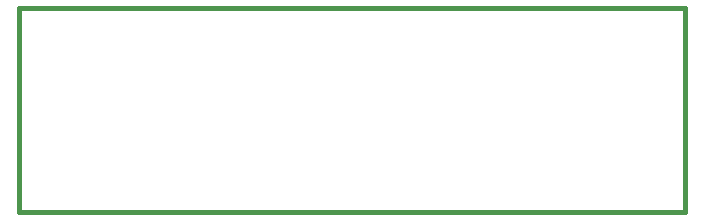
<source format=gbr>
G04 (created by PCBNEW-RS274X (2011-07-08)-stable) date Fri 25 Nov 2011 09:09:20 PM EST*
G01*
G70*
G90*
%MOIN*%
G04 Gerber Fmt 3.4, Leading zero omitted, Abs format*
%FSLAX34Y34*%
G04 APERTURE LIST*
%ADD10C,0.006000*%
%ADD11C,0.015000*%
G04 APERTURE END LIST*
G54D10*
G54D11*
X50550Y-14750D02*
X50550Y-14600D01*
X50550Y-21400D02*
X50550Y-21250D01*
X28350Y-21400D02*
X28350Y-21250D01*
X28350Y-14600D02*
X28350Y-14700D01*
X50550Y-14750D02*
X50550Y-21250D01*
X28350Y-14600D02*
X50550Y-14600D01*
X28350Y-21250D02*
X28350Y-14750D01*
X50550Y-21400D02*
X28350Y-21400D01*
M02*

</source>
